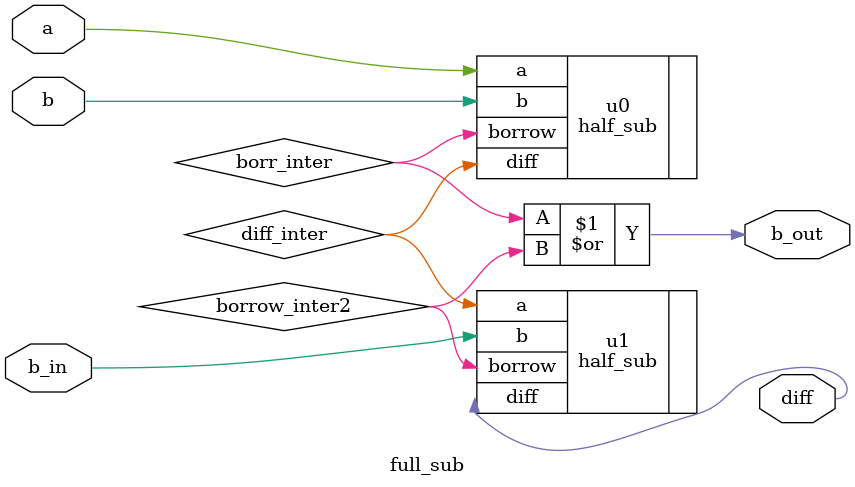
<source format=sv>
`timescale 1ns / 1ps

module full_sub(
    input logic a, b, b_in, 
    output logic diff, b_out
    );
    
    // Intermediate signals
    logic diff_inter, borr_inter, borrow_inter2;

    // First half subtractor
    half_sub u0 ( 
        .a(a), 
        .b(b), 
        .diff(diff_inter), 
        .borrow(borr_inter) 
    );

    // Second half subtractor
    half_sub u1 ( 
        .a(diff_inter),   // Should be diff_inter, not borr_inter
        .b(b_in), 
        .diff(diff), 
        .borrow(borrow_inter2) 
    );

    // OR gate for final borrow-out
    assign b_out = borr_inter | borrow_inter2;

endmodule

</source>
